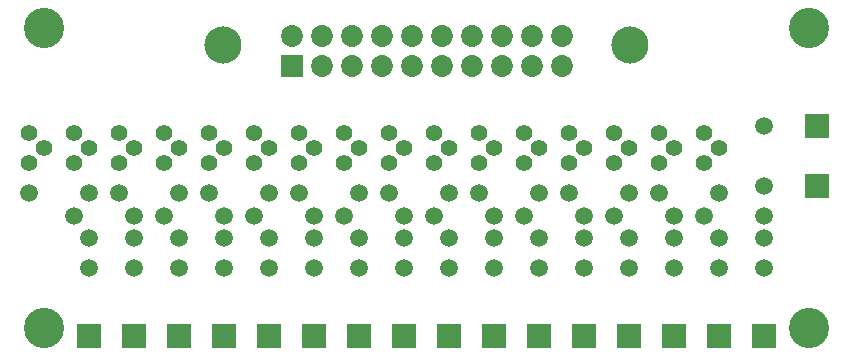
<source format=gts>
G04 Output by ViewMate Deluxe V11.0.9  PentaLogix LLC*
G04 Thu Nov 20 16:07:24 2014*
%FSLAX33Y33*%
%MOMM*%
%IPPOS*%
%ADD114R,1.8542X1.8542*%
%ADD115C,1.8542*%
%ADD116C,3.1496*%
%ADD117C,1.5113*%
%ADD118C,1.4122*%
%ADD119C,3.4036*%
%ADD120R,2.0041X2.0041*%

%LPD*%
X0Y0D2*D114*G1X24384Y25654D3*D115*X24384Y28194D3*X26924Y28194D3*X29464Y28194D3*X32004Y28194D3*X34544Y28194D3*X37084Y28194D3*X39624Y28194D3*X42164Y28194D3*X44704Y28194D3*X47244Y28194D3*X47244Y25654D3*X44704Y25654D3*X42164Y25654D3*X39624Y25654D3*X37084Y25654D3*X34544Y25654D3*X32004Y25654D3*X29464Y25654D3*X26924Y25654D3*D116*X53061Y27457D3*X18567Y27457D3*D117*X2159Y14859D3*X7239Y8509D3*X7239Y11049D3*X5969Y12954D3*X7239Y14859D3*X9779Y14859D3*X14859Y14859D3*X17399Y14859D3*X22479Y11049D3*X22479Y8509D3*X18669Y8509D3*X14859Y8509D3*X11049Y8509D3*X11049Y11049D3*X11049Y12954D3*X13589Y12954D3*X14859Y11049D3*X18669Y11049D3*X18669Y12954D3*X21209Y12954D3*X22479Y14859D3*X25019Y14859D3*X30099Y14859D3*X32639Y14859D3*X37719Y14859D3*X40259Y14859D3*X45339Y14859D3*X47879Y14859D3*X52959Y14859D3*X55499Y14859D3*X60579Y11049D3*X64389Y12954D3*X64389Y11049D3*X64389Y8509D3*X60579Y8509D3*X56769Y8509D3*X52959Y8509D3*X49149Y8509D3*X45339Y8509D3*X41529Y8509D3*X37719Y8509D3*X33909Y8509D3*X30099Y8509D3*X26289Y8509D3*X26289Y11049D3*X26289Y12954D3*X28829Y12954D3*X30099Y11049D3*X33909Y11049D3*X33909Y12954D3*X36449Y12954D3*X37719Y11049D3*X41529Y11049D3*X41529Y12954D3*X44069Y12954D3*X45339Y11049D3*X49149Y11049D3*X49149Y12954D3*X51689Y12954D3*X52959Y11049D3*X56769Y11049D3*X56769Y12954D3*X59309Y12954D3*X60579Y14859D3*X64389Y15494D3*X64389Y20574D3*D118*X59309Y17399D3*X60579Y18669D3*X59309Y19939D3*X55499Y19939D3*X56769Y18669D3*X55499Y17399D3*X44069Y17399D3*X47879Y17399D3*X51689Y17399D3*X52959Y18669D3*X51689Y19939D3*X49149Y18669D3*X47879Y19939D3*X45339Y18669D3*X44069Y19939D3*X40259Y19939D3*X41529Y18669D3*X40259Y17399D3*X25019Y17399D3*X28829Y17399D3*X32639Y17399D3*X36449Y17399D3*X37719Y18669D3*X36449Y19939D3*X33909Y18669D3*X32639Y19939D3*X30099Y18669D3*X28829Y19939D3*X26289Y18669D3*X25019Y19939D3*X21209Y19939D3*X22479Y18669D3*X21209Y17399D3*X13589Y17399D3*X17399Y17399D3*X18669Y18669D3*X17399Y19939D3*X14859Y18669D3*X13589Y19939D3*X9779Y19939D3*X11049Y18669D3*X9779Y17399D3*X5969Y17399D3*X7239Y18669D3*X5969Y19939D3*X2159Y19939D3*X3429Y18669D3*X2159Y17399D3*D119*X68199Y3429D3*X68199Y28829D3*X3429Y28829D3*X3429Y3429D3*D120*X68834Y20574D3*X68834Y15494D3*X7239Y2794D3*X11049Y2794D3*X14859Y2794D3*X18669Y2794D3*X22479Y2794D3*X26289Y2794D3*X30099Y2794D3*X33909Y2794D3*X37719Y2794D3*X41529Y2794D3*X45339Y2794D3*X49149Y2794D3*X52959Y2794D3*X56769Y2794D3*X60579Y2794D3*X64389Y2794D3*X0Y0D2*M02*
</source>
